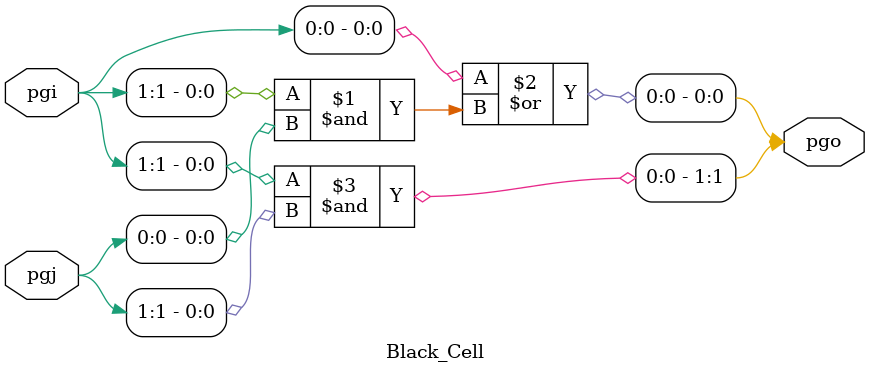
<source format=v>
`timescale 1ns / 1ps


module Black_Cell(	
	input [1:0] pgi,
	input [1:0] pgj,
	output [1:0] pgo
    );
    
    // oth being G and 1th neing P
    // j is equivalent to i-1
    assign pgo[0] = pgi[0] | (pgi[1] & pgj[0]);
    assign pgo[1] = pgi[1] & pgj[1];
endmodule

</source>
